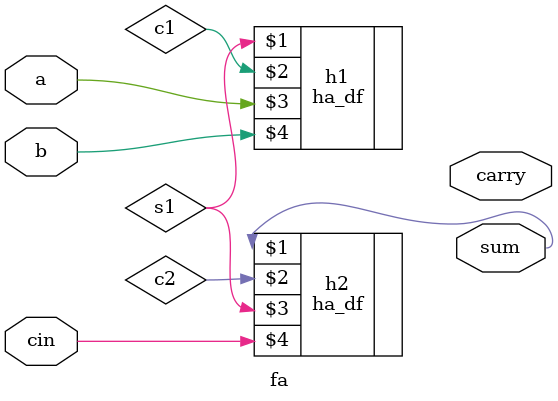
<source format=v>
module fa(sum, carry, a, b, cin);
input a,b,cin;
output sum, carry;
wire s1,c1,c2;
ha_df h1(s1,c1,a,b);
ha_df h2(sum,c2,s1,cin);
endmodule
</source>
